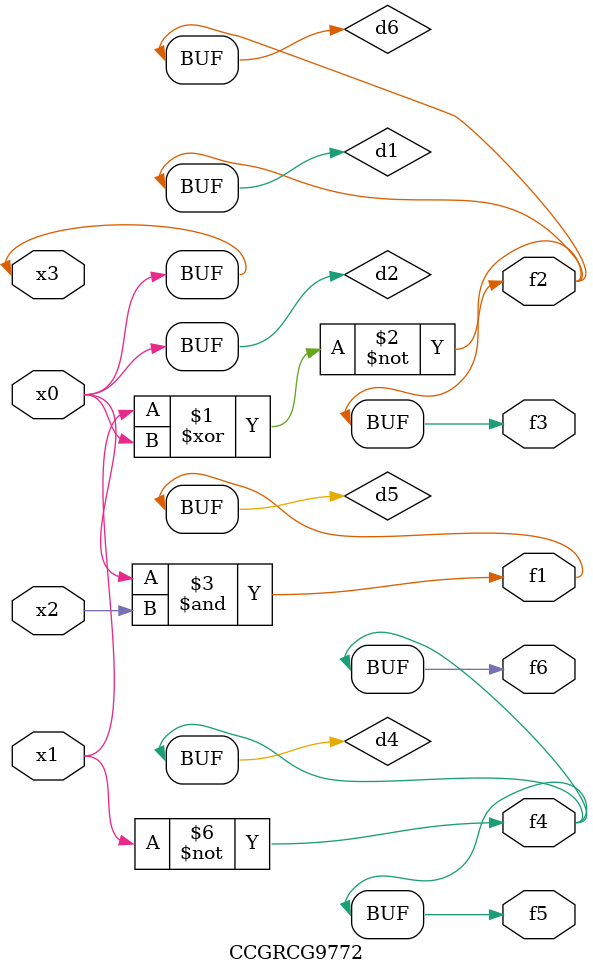
<source format=v>
module CCGRCG9772(
	input x0, x1, x2, x3,
	output f1, f2, f3, f4, f5, f6
);

	wire d1, d2, d3, d4, d5, d6;

	xnor (d1, x1, x3);
	buf (d2, x0, x3);
	nand (d3, x0, x2);
	not (d4, x1);
	nand (d5, d3);
	or (d6, d1);
	assign f1 = d5;
	assign f2 = d6;
	assign f3 = d6;
	assign f4 = d4;
	assign f5 = d4;
	assign f6 = d4;
endmodule

</source>
